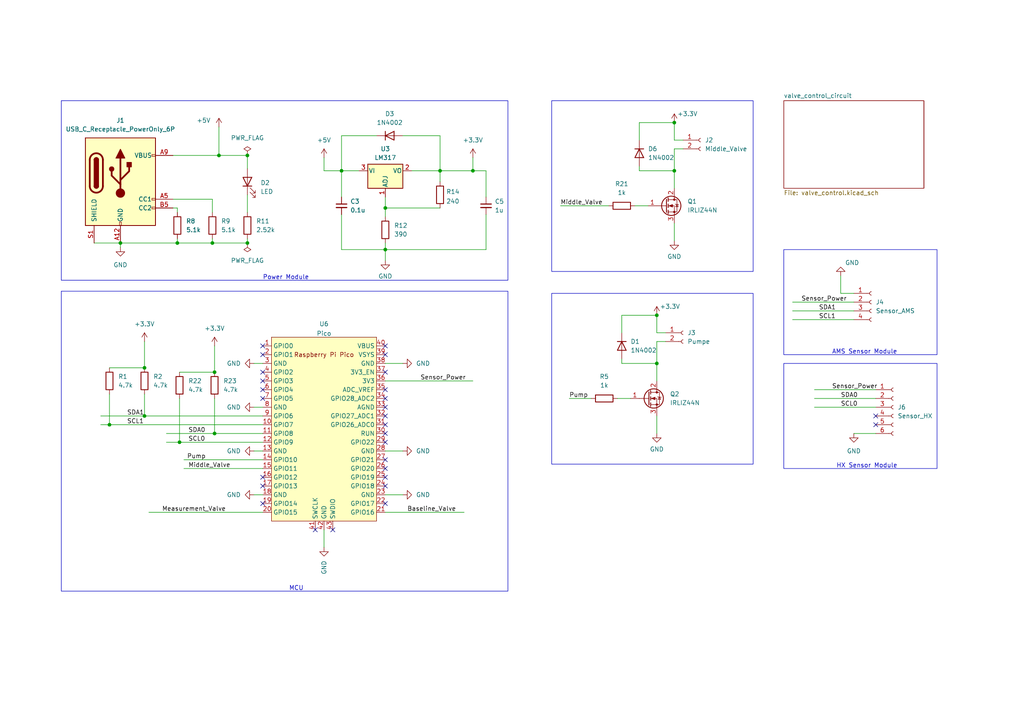
<source format=kicad_sch>
(kicad_sch (version 20230121) (generator eeschema)
  (paper "A4")
  (lib_symbols
    (symbol "+5V_1" (power) (pin_names (offset 0))
      (property "Value" "+5V_1" (at 0 3.556 0))
      (symbol "+5V_1_0_1"
        (polyline (pts (xy -0.762 1.27) (xy 0 2.54)))
        (polyline (pts (xy 0 0) (xy 0 2.54)))
        (polyline (pts (xy 0 2.54) (xy 0.762 1.27)))
      )
      (symbol "+5V_1_1_1"
        (pin power_in line (at 0 0 90) (length 0) hide (name "+5V") (number "1"))
      )
    )
    (symbol "Connector:Conn_01x02_Female" (pin_names (offset 1.016) hide)
      (property "Reference" "J" (at 0 2.54 0))
      (property "Value" "Conn_01x02_Female" (at 0 -5.08 0))
      (symbol "Conn_01x02_Female_1_1"
        (arc (start 0 -2.032) (mid -0.5058 -2.54) (end 0 -3.048) (stroke (width 0.1524)))
        (polyline (pts (xy -1.27 -2.54) (xy -0.508 -2.54)) (stroke (width 0.1524)))
        (polyline (pts (xy -1.27 0) (xy -0.508 0)) (stroke (width 0.1524)))
        (arc (start 0 0.508) (mid -0.5058 0) (end 0 -0.508) (stroke (width 0.1524)))
        (pin passive line (at -5.08 0 0) (length 3.81) (name "Pin_1") (number "1"))
        (pin passive line (at -5.08 -2.54 0) (length 3.81) (name "Pin_2") (number "2"))
      )
    )
    (symbol "Connector:Conn_01x04_Socket" (pin_names (offset 1.016) hide)
      (property "Reference" "J" (at 0 5.08 0))
      (property "Value" "Conn_01x04_Socket" (at 0 -7.62 0))
      (symbol "Conn_01x04_Socket_1_1"
        (arc (start 0 -4.572) (mid -0.5058 -5.08) (end 0 -5.588) (stroke (width 0.1524)))
        (arc (start 0 -2.032) (mid -0.5058 -2.54) (end 0 -3.048) (stroke (width 0.1524)))
        (polyline (pts (xy -1.27 -5.08) (xy -0.508 -5.08)) (stroke (width 0.1524)))
        (polyline (pts (xy -1.27 -2.54) (xy -0.508 -2.54)) (stroke (width 0.1524)))
        (polyline (pts (xy -1.27 0) (xy -0.508 0)) (stroke (width 0.1524)))
        (polyline (pts (xy -1.27 2.54) (xy -0.508 2.54)) (stroke (width 0.1524)))
        (arc (start 0 0.508) (mid -0.5058 0) (end 0 -0.508) (stroke (width 0.1524)))
        (arc (start 0 3.048) (mid -0.5058 2.54) (end 0 2.032) (stroke (width 0.1524)))
        (pin passive line (at -5.08 2.54 0) (length 3.81) (name "Pin_1") (number "1"))
        (pin passive line (at -5.08 0 0) (length 3.81) (name "Pin_2") (number "2"))
        (pin passive line (at -5.08 -2.54 0) (length 3.81) (name "Pin_3") (number "3"))
        (pin passive line (at -5.08 -5.08 0) (length 3.81) (name "Pin_4") (number "4"))
      )
    )
    (symbol "Connector:Conn_01x06_Socket" (pin_names (offset 1.016) hide)
      (property "Reference" "J" (at 0 7.62 0))
      (property "Value" "Conn_01x06_Socket" (at 0 -10.16 0))
      (symbol "Conn_01x06_Socket_1_1"
        (arc (start 0 -7.112) (mid -0.5058 -7.62) (end 0 -8.128) (stroke (width 0.1524)))
        (arc (start 0 -4.572) (mid -0.5058 -5.08) (end 0 -5.588) (stroke (width 0.1524)))
        (arc (start 0 -2.032) (mid -0.5058 -2.54) (end 0 -3.048) (stroke (width 0.1524)))
        (polyline (pts (xy -1.27 -7.62) (xy -0.508 -7.62)) (stroke (width 0.1524)))
        (polyline (pts (xy -1.27 -5.08) (xy -0.508 -5.08)) (stroke (width 0.1524)))
        (polyline (pts (xy -1.27 -2.54) (xy -0.508 -2.54)) (stroke (width 0.1524)))
        (polyline (pts (xy -1.27 0) (xy -0.508 0)) (stroke (width 0.1524)))
        (polyline (pts (xy -1.27 2.54) (xy -0.508 2.54)) (stroke (width 0.1524)))
        (polyline (pts (xy -1.27 5.08) (xy -0.508 5.08)) (stroke (width 0.1524)))
        (arc (start 0 0.508) (mid -0.5058 0) (end 0 -0.508) (stroke (width 0.1524)))
        (arc (start 0 3.048) (mid -0.5058 2.54) (end 0 2.032) (stroke (width 0.1524)))
        (arc (start 0 5.588) (mid -0.5058 5.08) (end 0 4.572) (stroke (width 0.1524)))
        (pin passive line (at -5.08 5.08 0) (length 3.81) (name "Pin_1") (number "1"))
        (pin passive line (at -5.08 2.54 0) (length 3.81) (name "Pin_2") (number "2"))
        (pin passive line (at -5.08 0 0) (length 3.81) (name "Pin_3") (number "3"))
        (pin passive line (at -5.08 -2.54 0) (length 3.81) (name "Pin_4") (number "4"))
        (pin passive line (at -5.08 -5.08 0) (length 3.81) (name "Pin_5") (number "5"))
        (pin passive line (at -5.08 -7.62 0) (length 3.81) (name "Pin_6") (number "6"))
      )
    )
    (symbol "Connector:USB_C_Receptacle_PowerOnly_6P" (pin_names (offset 1.016))
      (property "Reference" "J" (at 0 16.51 0))
      (property "Value" "USB_C_Receptacle_PowerOnly_6P" (at 0 13.97 0))
      (symbol "USB_C_Receptacle_PowerOnly_6P_0_0"
        (rectangle (start -0.254 -12.7) (end 0.254 -11.684))
        (rectangle (start 10.16 -7.366) (end 9.144 -7.874))
        (rectangle (start 10.16 -4.826) (end 9.144 -5.334))
        (rectangle (start 10.16 7.874) (end 9.144 7.366))
      )
      (symbol "USB_C_Receptacle_PowerOnly_6P_0_1"
        (rectangle (start -10.16 12.7) (end 10.16 -12.7) (stroke (width 0.254)) (fill (type background)))
        (arc (start -8.89 -1.27) (mid -6.985 -3.1667) (end -5.08 -1.27) (stroke (width 0.508)))
        (arc (start -7.62 -1.27) (mid -6.985 -1.9023) (end -6.35 -1.27) (stroke (width 0.254)))
        (arc (start -7.62 -1.27) (mid -6.985 -1.9023) (end -6.35 -1.27) (stroke (width 0.254)) (fill (type outline)))
        (rectangle (start -7.62 -1.27) (end -6.35 6.35) (stroke (width 0.254)) (fill (type outline)))
        (arc (start -6.35 6.35) (mid -6.985 6.9823) (end -7.62 6.35) (stroke (width 0.254)))
        (arc (start -6.35 6.35) (mid -6.985 6.9823) (end -7.62 6.35) (stroke (width 0.254)) (fill (type outline)))
        (arc (start -5.08 6.35) (mid -6.985 8.2467) (end -8.89 6.35) (stroke (width 0.508)))
        (circle (center -2.54 3.683) (radius 0.635) (stroke (width 0.254)) (fill (type outline)))
        (circle (center 0 -3.302) (radius 1.27) (fill (type outline)))
        (polyline (pts (xy -8.89 -1.27) (xy -8.89 6.35)) (stroke (width 0.508)))
        (polyline (pts (xy -5.08 6.35) (xy -5.08 -1.27)) (stroke (width 0.508)))
        (polyline (pts (xy 0 -3.302) (xy 0 6.858)) (stroke (width 0.508)))
        (polyline (pts (xy 0 -0.762) (xy -2.54 1.778) (xy -2.54 3.048)) (stroke (width 0.508)))
        (polyline (pts (xy 0 0.508) (xy 2.54 3.048) (xy 2.54 4.318)) (stroke (width 0.508)))
        (polyline (pts (xy -1.27 6.858) (xy 0 9.398) (xy 1.27 6.858) (xy -1.27 6.858)) (stroke (width 0.254)) (fill (type outline)))
        (rectangle (start 1.905 4.318) (end 3.175 5.588) (stroke (width 0.254)) (fill (type outline)))
      )
      (symbol "USB_C_Receptacle_PowerOnly_6P_1_1"
        (pin passive line (at 0 -17.78 90) (length 5.08) (name "GND") (number "A12"))
        (pin bidirectional line (at 15.24 -5.08 180) (length 5.08) (name "CC1") (number "A5"))
        (pin passive line (at 15.24 7.62 180) (length 5.08) (name "VBUS") (number "A9"))
        (pin passive line (at 0 -17.78 90) (length 5.08) hide (name "GND") (number "B12"))
        (pin bidirectional line (at 15.24 -7.62 180) (length 5.08) (name "CC2") (number "B5"))
        (pin passive line (at 15.24 7.62 180) (length 5.08) hide (name "VBUS") (number "B9"))
        (pin passive line (at -7.62 -17.78 90) (length 5.08) (name "SHIELD") (number "S1"))
      )
    )
    (symbol "Device:C_Small" (pin_numbers hide) (pin_names (offset 0.254) hide)
      (property "Reference" "C" (at 0.254 1.778 0))
      (property "Value" "C_Small" (at 0.254 -2.032 0))
      (symbol "C_Small_0_1"
        (polyline (pts (xy -1.524 -0.508) (xy 1.524 -0.508)) (stroke (width 0.3302)))
        (polyline (pts (xy -1.524 0.508) (xy 1.524 0.508)) (stroke (width 0.3048)))
      )
      (symbol "C_Small_1_1"
        (pin passive line (at 0 2.54 270) (length 2.032) (name "~") (number "1"))
        (pin passive line (at 0 -2.54 90) (length 2.032) (name "~") (number "2"))
      )
    )
    (symbol "Device:LED" (pin_numbers hide) (pin_names (offset 1.016) hide)
      (property "Reference" "D" (at 0 2.54 0))
      (property "Value" "LED" (at 0 -2.54 0))
      (symbol "LED_0_1"
        (polyline (pts (xy -1.27 -1.27) (xy -1.27 1.27)) (stroke (width 0.254)))
        (polyline (pts (xy -1.27 0) (xy 1.27 0)))
        (polyline (pts (xy 1.27 -1.27) (xy 1.27 1.27) (xy -1.27 0) (xy 1.27 -1.27)) (stroke (width 0.254)))
        (polyline (pts (xy -3.048 -0.762) (xy -4.572 -2.286) (xy -3.81 -2.286) (xy -4.572 -2.286) (xy -4.572 -1.524)))
        (polyline (pts (xy -1.778 -0.762) (xy -3.302 -2.286) (xy -2.54 -2.286) (xy -3.302 -2.286) (xy -3.302 -1.524)))
      )
      (symbol "LED_1_1"
        (pin passive line (at -3.81 0 0) (length 2.54) (name "K") (number "1"))
        (pin passive line (at 3.81 0 180) (length 2.54) (name "A") (number "2"))
      )
    )
    (symbol "Device:R" (pin_numbers hide) (pin_names (offset 0))
      (property "Reference" "R" (at 2.032 0 90))
      (property "Value" "R" (at 0 0 90))
      (symbol "R_0_1"
        (rectangle (start -1.016 -2.54) (end 1.016 2.54) (stroke (width 0.254)))
      )
      (symbol "R_1_1"
        (pin passive line (at 0 3.81 270) (length 1.27) (name "~") (number "1"))
        (pin passive line (at 0 -3.81 90) (length 1.27) (name "~") (number "2"))
      )
    )
    (symbol "Diode:1N4001" (pin_numbers hide) (pin_names hide)
      (property "Reference" "D" (at 0 2.54 0))
      (property "Value" "1N4001" (at 0 -2.54 0))
      (symbol "1N4001_0_1"
        (polyline (pts (xy -1.27 1.27) (xy -1.27 -1.27)) (stroke (width 0.254)))
        (polyline (pts (xy 1.27 0) (xy -1.27 0)))
        (polyline (pts (xy 1.27 1.27) (xy 1.27 -1.27) (xy -1.27 0) (xy 1.27 1.27)) (stroke (width 0.254)))
      )
      (symbol "1N4001_1_1"
        (pin passive line (at -3.81 0 0) (length 2.54) (name "K") (number "1"))
        (pin passive line (at 3.81 0 180) (length 2.54) (name "A") (number "2"))
      )
    )
    (symbol "Diode:1N4002" (pin_numbers hide) (pin_names hide)
      (property "Reference" "D" (at 0 2.54 0))
      (property "Value" "1N4002" (at 0 -2.54 0))
      (symbol "1N4002_0_1"
        (polyline (pts (xy -1.27 1.27) (xy -1.27 -1.27)) (stroke (width 0.254)))
        (polyline (pts (xy 1.27 0) (xy -1.27 0)))
        (polyline (pts (xy 1.27 1.27) (xy 1.27 -1.27) (xy -1.27 0) (xy 1.27 1.27)) (stroke (width 0.254)))
      )
      (symbol "1N4002_1_1"
        (pin passive line (at -3.81 0 0) (length 2.54) (name "K") (number "1"))
        (pin passive line (at 3.81 0 180) (length 2.54) (name "A") (number "2"))
      )
    )
    (symbol "GND_1" (power) (pin_names (offset 0))
      (property "Value" "GND_1" (at 0 -3.81 0))
      (symbol "GND_1_0_1"
        (polyline (pts (xy 0 0) (xy 0 -1.27) (xy 1.27 -1.27) (xy 0 -2.54) (xy -1.27 -1.27) (xy 0 -1.27)))
      )
      (symbol "GND_1_1_1"
        (pin power_in line (at 0 0 270) (length 0) hide (name "GND") (number "1"))
      )
    )
    (symbol "GND_2" (power) (pin_names (offset 0))
      (property "Value" "GND_2" (at 0 -3.81 0))
      (symbol "GND_2_0_1"
        (polyline (pts (xy 0 0) (xy 0 -1.27) (xy 1.27 -1.27) (xy 0 -2.54) (xy -1.27 -1.27) (xy 0 -1.27)))
      )
      (symbol "GND_2_1_1"
        (pin power_in line (at 0 0 270) (length 0) hide (name "GND") (number "1"))
      )
    )
    (symbol "GND_4" (power) (pin_names (offset 0))
      (property "Value" "GND_4" (at 0 -3.81 0))
      (symbol "GND_4_0_1"
        (polyline (pts (xy 0 0) (xy 0 -1.27) (xy 1.27 -1.27) (xy 0 -2.54) (xy -1.27 -1.27) (xy 0 -1.27)))
      )
      (symbol "GND_4_1_1"
        (pin power_in line (at 0 0 270) (length 0) hide (name "GND") (number "1"))
      )
    )
    (symbol "MCU_RaspberryPi_and_Boards:Pico"
      (property "Reference" "U" (at -13.97 27.94 0))
      (property "Value" "Pico" (at 0 19.05 0))
      (symbol "Pico_0_0"
        (text "Raspberry Pi Pico" (at 0 21.59 0) (effects (font (size 1.27 1.27))))
      )
      (symbol "Pico_0_1"
        (rectangle (start -15.24 26.67) (end 15.24 -26.67) (fill (type background)))
      )
      (symbol "Pico_1_1"
        (pin bidirectional line (at -17.78 24.13 0) (length 2.54) (name "GPIO0") (number "1"))
        (pin bidirectional line (at -17.78 1.27 0) (length 2.54) (name "GPIO7") (number "10"))
        (pin bidirectional line (at -17.78 -1.27 0) (length 2.54) (name "GPIO8") (number "11"))
        (pin bidirectional line (at -17.78 -3.81 0) (length 2.54) (name "GPIO9") (number "12"))
        (pin power_in line (at -17.78 -6.35 0) (length 2.54) (name "GND") (number "13"))
        (pin bidirectional line (at -17.78 -8.89 0) (length 2.54) (name "GPIO10") (number "14"))
        (pin bidirectional line (at -17.78 -11.43 0) (length 2.54) (name "GPIO11") (number "15"))
        (pin bidirectional line (at -17.78 -13.97 0) (length 2.54) (name "GPIO12") (number "16"))
        (pin bidirectional line (at -17.78 -16.51 0) (length 2.54) (name "GPIO13") (number "17"))
        (pin power_in line (at -17.78 -19.05 0) (length 2.54) (name "GND") (number "18"))
        (pin bidirectional line (at -17.78 -21.59 0) (length 2.54) (name "GPIO14") (number "19"))
        (pin bidirectional line (at -17.78 21.59 0) (length 2.54) (name "GPIO1") (number "2"))
        (pin bidirectional line (at -17.78 -24.13 0) (length 2.54) (name "GPIO15") (number "20"))
        (pin bidirectional line (at 17.78 -24.13 180) (length 2.54) (name "GPIO16") (number "21"))
        (pin bidirectional line (at 17.78 -21.59 180) (length 2.54) (name "GPIO17") (number "22"))
        (pin power_in line (at 17.78 -19.05 180) (length 2.54) (name "GND") (number "23"))
        (pin bidirectional line (at 17.78 -16.51 180) (length 2.54) (name "GPIO18") (number "24"))
        (pin bidirectional line (at 17.78 -13.97 180) (length 2.54) (name "GPIO19") (number "25"))
        (pin bidirectional line (at 17.78 -11.43 180) (length 2.54) (name "GPIO20") (number "26"))
        (pin bidirectional line (at 17.78 -8.89 180) (length 2.54) (name "GPIO21") (number "27"))
        (pin power_in line (at 17.78 -6.35 180) (length 2.54) (name "GND") (number "28"))
        (pin bidirectional line (at 17.78 -3.81 180) (length 2.54) (name "GPIO22") (number "29"))
        (pin power_in line (at -17.78 19.05 0) (length 2.54) (name "GND") (number "3"))
        (pin input line (at 17.78 -1.27 180) (length 2.54) (name "RUN") (number "30"))
        (pin bidirectional line (at 17.78 1.27 180) (length 2.54) (name "GPIO26_ADC0") (number "31"))
        (pin bidirectional line (at 17.78 3.81 180) (length 2.54) (name "GPIO27_ADC1") (number "32"))
        (pin power_in line (at 17.78 6.35 180) (length 2.54) (name "AGND") (number "33"))
        (pin bidirectional line (at 17.78 8.89 180) (length 2.54) (name "GPIO28_ADC2") (number "34"))
        (pin power_in line (at 17.78 11.43 180) (length 2.54) (name "ADC_VREF") (number "35"))
        (pin power_in line (at 17.78 13.97 180) (length 2.54) (name "3V3") (number "36"))
        (pin input line (at 17.78 16.51 180) (length 2.54) (name "3V3_EN") (number "37"))
        (pin bidirectional line (at 17.78 19.05 180) (length 2.54) (name "GND") (number "38"))
        (pin power_in line (at 17.78 21.59 180) (length 2.54) (name "VSYS") (number "39"))
        (pin bidirectional line (at -17.78 16.51 0) (length 2.54) (name "GPIO2") (number "4"))
        (pin power_in line (at 17.78 24.13 180) (length 2.54) (name "VBUS") (number "40"))
        (pin input line (at -2.54 -29.21 90) (length 2.54) (name "SWCLK") (number "41"))
        (pin power_in line (at 0 -29.21 90) (length 2.54) (name "GND") (number "42"))
        (pin bidirectional line (at 2.54 -29.21 90) (length 2.54) (name "SWDIO") (number "43"))
        (pin bidirectional line (at -17.78 13.97 0) (length 2.54) (name "GPIO3") (number "5"))
        (pin bidirectional line (at -17.78 11.43 0) (length 2.54) (name "GPIO4") (number "6"))
        (pin bidirectional line (at -17.78 8.89 0) (length 2.54) (name "GPIO5") (number "7"))
        (pin power_in line (at -17.78 6.35 0) (length 2.54) (name "GND") (number "8"))
        (pin bidirectional line (at -17.78 3.81 0) (length 2.54) (name "GPIO6") (number "9"))
      )
    )
    (symbol "Regulator_Linear:LM317_TO-220" (pin_names (offset 0.254))
      (property "Reference" "U" (at -3.81 3.175 0))
      (property "Value" "LM317_TO-220" (at 0 3.175 0))
      (symbol "LM317_TO-220_0_1"
        (rectangle (start -5.08 1.905) (end 5.08 -5.08) (stroke (width 0.254)) (fill (type background)))
      )
      (symbol "LM317_TO-220_1_1"
        (pin input line (at 0 -7.62 90) (length 2.54) (name "ADJ") (number "1"))
        (pin power_out line (at 7.62 0 180) (length 2.54) (name "VO") (number "2"))
        (pin power_in line (at -7.62 0 0) (length 2.54) (name "VI") (number "3"))
      )
    )
    (symbol "Transistor_FET:IRLIZ44N" (pin_names hide)
      (property "Reference" "Q" (at 6.35 1.905 0))
      (property "Value" "IRLIZ44N" (at 6.35 0 0))
      (symbol "IRLIZ44N_0_1"
        (polyline (pts (xy 0.254 0) (xy -2.54 0)))
        (polyline (pts (xy 0.254 1.905) (xy 0.254 -1.905)) (stroke (width 0.254)))
        (polyline (pts (xy 0.762 -1.27) (xy 0.762 -2.286)) (stroke (width 0.254)))
        (polyline (pts (xy 0.762 0.508) (xy 0.762 -0.508)) (stroke (width 0.254)))
        (polyline (pts (xy 0.762 2.286) (xy 0.762 1.27)) (stroke (width 0.254)))
        (polyline (pts (xy 2.54 2.54) (xy 2.54 1.778)))
        (polyline (pts (xy 2.54 -2.54) (xy 2.54 0) (xy 0.762 0)))
        (polyline (pts (xy 0.762 -1.778) (xy 3.302 -1.778) (xy 3.302 1.778) (xy 0.762 1.778)))
        (polyline (pts (xy 1.016 0) (xy 2.032 0.381) (xy 2.032 -0.381) (xy 1.016 0)) (fill (type outline)))
        (polyline (pts (xy 2.794 0.508) (xy 2.921 0.381) (xy 3.683 0.381) (xy 3.81 0.254)))
        (polyline (pts (xy 3.302 0.381) (xy 2.921 -0.254) (xy 3.683 -0.254) (xy 3.302 0.381)))
        (circle (center 1.651 0) (radius 2.794) (stroke (width 0.254)))
        (circle (center 2.54 -1.778) (radius 0.254) (fill (type outline)))
        (circle (center 2.54 1.778) (radius 0.254) (fill (type outline)))
      )
      (symbol "IRLIZ44N_1_1"
        (pin input line (at -5.08 0 0) (length 2.54) (name "G") (number "1"))
        (pin passive line (at 2.54 5.08 270) (length 2.54) (name "D") (number "2"))
        (pin passive line (at 2.54 -5.08 90) (length 2.54) (name "S") (number "3"))
      )
    )
    (symbol "power:+3.3V" (power) (pin_names (offset 0))
      (property "Value" "+3.3V" (at 0 3.556 0))
      (symbol "+3.3V_0_1"
        (polyline (pts (xy -0.762 1.27) (xy 0 2.54)))
        (polyline (pts (xy 0 0) (xy 0 2.54)))
        (polyline (pts (xy 0 2.54) (xy 0.762 1.27)))
      )
      (symbol "+3.3V_1_1"
        (pin power_in line (at 0 0 90) (length 0) hide (name "+3.3V") (number "1"))
      )
    )
    (symbol "power:+5V" (power) (pin_names (offset 0))
      (property "Value" "+5V" (at 0 3.556 0))
      (symbol "+5V_0_1"
        (polyline (pts (xy -0.762 1.27) (xy 0 2.54)))
        (polyline (pts (xy 0 0) (xy 0 2.54)))
        (polyline (pts (xy 0 2.54) (xy 0.762 1.27)))
      )
      (symbol "+5V_1_1"
        (pin power_in line (at 0 0 90) (length 0) hide (name "+5V") (number "1"))
      )
    )
    (symbol "power:GND" (power) (pin_names (offset 0))
      (property "Value" "GND" (at 0 -3.81 0))
      (symbol "GND_0_1"
        (polyline (pts (xy 0 0) (xy 0 -1.27) (xy 1.27 -1.27) (xy 0 -2.54) (xy -1.27 -1.27) (xy 0 -1.27)))
      )
      (symbol "GND_1_1"
        (pin power_in line (at 0 0 270) (length 0) hide (name "GND") (number "1"))
      )
    )
    (symbol "power:PWR_FLAG" (power) (pin_numbers hide) (pin_names (offset 0) hide)
      (property "Value" "PWR_FLAG" (at 0 3.81 0))
      (symbol "PWR_FLAG_0_0"
        (pin power_out line (at 0 0 90) (length 0) (name "pwr") (number "1"))
      )
      (symbol "PWR_FLAG_0_1"
        (polyline (pts (xy 0 0) (xy 0 1.27) (xy -1.016 1.905) (xy 0 2.54) (xy 1.016 1.905) (xy 0 1.27)))
      )
    )
  )
  (junction (at 111.76 72.39))
  (junction (at 51.435 70.485))
  (junction (at 195.58 35.56))
  (junction (at 195.58 49.53))
  (junction (at 61.595 70.485))
  (junction (at 71.755 70.485))
  (junction (at 127.635 49.53))
  (junction (at 137.16 49.53))
  (junction (at 34.925 70.485))
  (junction (at 99.06 49.53))
  (junction (at 190.5 91.44))
  (junction (at 41.91 106.68))
  (junction (at 31.75 123.19))
  (junction (at 190.5 105.41))
  (junction (at 63.5 45.085))
  (junction (at 41.91 120.65))
  (junction (at 71.755 45.085))
  (junction (at 52.07 128.27))
  (junction (at 62.23 125.73))
  (junction (at 62.23 107.95))
  (junction (at 111.76 60.325))
  (no_connect (at 111.76 125.73))
  (no_connect (at 76.2 100.33))
  (no_connect (at 91.44 153.67))
  (no_connect (at 111.76 107.95))
  (no_connect (at 111.76 118.11))
  (no_connect (at 96.52 153.67))
  (no_connect (at 76.2 115.57))
  (no_connect (at 111.76 120.65))
  (no_connect (at 76.2 107.95))
  (no_connect (at 111.76 128.27))
  (no_connect (at 111.76 138.43))
  (no_connect (at 76.2 138.43))
  (no_connect (at 111.76 100.33))
  (no_connect (at 76.2 146.05))
  (no_connect (at 111.76 135.89))
  (no_connect (at 111.76 113.03))
  (no_connect (at 76.2 140.97))
  (no_connect (at 111.76 115.57))
  (no_connect (at 254 123.19))
  (no_connect (at 111.76 123.19))
  (no_connect (at 76.2 110.49))
  (no_connect (at 111.76 102.87))
  (no_connect (at 76.2 102.87))
  (no_connect (at 111.76 140.97))
  (no_connect (at 111.76 133.35))
  (no_connect (at 76.2 113.03))
  (no_connect (at 254 120.65))
  (no_connect (at 111.76 146.05))
  (wire (pts (xy 111.76 70.485) (xy 111.76 72.39)))
  (wire (pts (xy 71.755 45.085) (xy 71.755 48.895)))
  (wire (pts (xy 73.66 130.81) (xy 76.2 130.81)))
  (wire (pts (xy 180.34 96.52) (xy 180.34 91.44)))
  (wire (pts (xy 34.925 70.485) (xy 51.435 70.485)))
  (wire (pts (xy 162.56 59.69) (xy 176.53 59.69)))
  (wire (pts (xy 184.15 59.69) (xy 187.96 59.69)))
  (wire (pts (xy 137.16 45.72) (xy 137.16 49.53)))
  (wire (pts (xy 50.165 60.325) (xy 51.435 60.325)))
  (wire (pts (xy 116.84 143.51) (xy 111.76 143.51)))
  (wire (pts (xy 127.635 49.53) (xy 137.16 49.53)))
  (wire (pts (xy 31.75 106.68) (xy 41.91 106.68)))
  (wire (pts (xy 53.34 135.89) (xy 76.2 135.89)))
  (wire (pts (xy 127.635 49.53) (xy 127.635 52.705)))
  (wire (pts (xy 53.34 133.35) (xy 76.2 133.35)))
  (wire (pts (xy 29.21 123.19) (xy 31.75 123.19)))
  (wire (pts (xy 111.76 60.325) (xy 111.76 57.15)))
  (wire (pts (xy 73.66 105.41) (xy 76.2 105.41)))
  (wire (pts (xy 198.12 43.18) (xy 195.58 43.18)))
  (wire (pts (xy 180.34 104.14) (xy 180.34 105.41)))
  (wire (pts (xy 190.5 96.52) (xy 193.04 96.52)))
  (wire (pts (xy 63.5 45.085) (xy 71.755 45.085)))
  (wire (pts (xy 51.435 69.215) (xy 51.435 70.485)))
  (wire (pts (xy 140.97 72.39) (xy 111.76 72.39)))
  (wire (pts (xy 31.75 123.19) (xy 76.2 123.19)))
  (wire (pts (xy 179.07 115.57) (xy 182.88 115.57)))
  (wire (pts (xy 195.58 40.64) (xy 198.12 40.64)))
  (wire (pts (xy 111.76 72.39) (xy 111.76 75.565)))
  (wire (pts (xy 61.595 70.485) (xy 71.755 70.485)))
  (wire (pts (xy 127.635 39.37) (xy 127.635 49.53)))
  (wire (pts (xy 52.07 107.95) (xy 62.23 107.95)))
  (wire (pts (xy 93.98 45.72) (xy 93.98 49.53)))
  (wire (pts (xy 52.07 115.57) (xy 52.07 128.27)))
  (wire (pts (xy 229.87 90.17) (xy 247.65 90.17)))
  (wire (pts (xy 27.305 70.485) (xy 34.925 70.485)))
  (wire (pts (xy 127.635 60.325) (xy 111.76 60.325)))
  (wire (pts (xy 111.76 60.325) (xy 111.76 62.865)))
  (wire (pts (xy 62.23 115.57) (xy 62.23 125.73)))
  (wire (pts (xy 247.65 125.73) (xy 254 125.73)))
  (wire (pts (xy 61.595 69.215) (xy 61.595 70.485)))
  (wire (pts (xy 48.26 125.73) (xy 62.23 125.73)))
  (wire (pts (xy 93.98 158.75) (xy 93.98 153.67)))
  (wire (pts (xy 51.435 60.325) (xy 51.435 61.595)))
  (wire (pts (xy 195.58 49.53) (xy 195.58 54.61)))
  (wire (pts (xy 62.23 100.33) (xy 62.23 107.95)))
  (wire (pts (xy 243.84 80.01) (xy 243.84 85.09)))
  (wire (pts (xy 111.76 110.49) (xy 137.16 110.49)))
  (wire (pts (xy 61.595 57.785) (xy 61.595 61.595)))
  (wire (pts (xy 195.58 35.56) (xy 195.58 40.64)))
  (wire (pts (xy 43.18 148.59) (xy 76.2 148.59)))
  (wire (pts (xy 116.84 39.37) (xy 127.635 39.37)))
  (wire (pts (xy 34.925 70.485) (xy 34.925 71.755)))
  (wire (pts (xy 193.04 99.06) (xy 190.5 99.06)))
  (wire (pts (xy 243.84 85.09) (xy 247.65 85.09)))
  (wire (pts (xy 93.98 49.53) (xy 99.06 49.53)))
  (wire (pts (xy 229.87 87.63) (xy 247.65 87.63)))
  (wire (pts (xy 229.87 92.71) (xy 247.65 92.71)))
  (wire (pts (xy 99.06 72.39) (xy 111.76 72.39)))
  (wire (pts (xy 99.06 49.53) (xy 99.06 57.15)))
  (wire (pts (xy 73.66 143.51) (xy 76.2 143.51)))
  (wire (pts (xy 116.84 130.81) (xy 111.76 130.81)))
  (wire (pts (xy 48.26 128.27) (xy 52.07 128.27)))
  (wire (pts (xy 50.165 45.085) (xy 63.5 45.085)))
  (wire (pts (xy 50.165 57.785) (xy 61.595 57.785)))
  (wire (pts (xy 185.42 40.64) (xy 185.42 35.56)))
  (wire (pts (xy 185.42 48.26) (xy 185.42 49.53)))
  (wire (pts (xy 236.22 113.03) (xy 254 113.03)))
  (wire (pts (xy 29.21 120.65) (xy 41.91 120.65)))
  (wire (pts (xy 71.755 56.515) (xy 71.755 61.595)))
  (wire (pts (xy 62.23 125.73) (xy 76.2 125.73)))
  (wire (pts (xy 99.06 39.37) (xy 99.06 49.53)))
  (wire (pts (xy 111.76 148.59) (xy 134.62 148.59)))
  (wire (pts (xy 41.91 114.3) (xy 41.91 120.65)))
  (wire (pts (xy 137.16 49.53) (xy 140.97 49.53)))
  (wire (pts (xy 165.1 115.57) (xy 171.45 115.57)))
  (wire (pts (xy 73.66 118.11) (xy 76.2 118.11)))
  (wire (pts (xy 185.42 35.56) (xy 195.58 35.56)))
  (wire (pts (xy 41.91 120.65) (xy 76.2 120.65)))
  (wire (pts (xy 140.97 62.23) (xy 140.97 72.39)))
  (wire (pts (xy 31.75 114.3) (xy 31.75 123.19)))
  (wire (pts (xy 195.58 43.18) (xy 195.58 49.53)))
  (wire (pts (xy 99.06 49.53) (xy 104.14 49.53)))
  (wire (pts (xy 185.42 49.53) (xy 195.58 49.53)))
  (wire (pts (xy 190.5 99.06) (xy 190.5 105.41)))
  (wire (pts (xy 63.5 36.83) (xy 63.5 45.085)))
  (wire (pts (xy 52.07 128.27) (xy 76.2 128.27)))
  (wire (pts (xy 99.06 62.23) (xy 99.06 72.39)))
  (wire (pts (xy 236.22 118.11) (xy 254 118.11)))
  (wire (pts (xy 71.755 69.215) (xy 71.755 70.485)))
  (wire (pts (xy 180.34 105.41) (xy 190.5 105.41)))
  (wire (pts (xy 140.97 49.53) (xy 140.97 57.15)))
  (wire (pts (xy 51.435 70.485) (xy 61.595 70.485)))
  (wire (pts (xy 236.22 115.57) (xy 254 115.57)))
  (wire (pts (xy 41.91 99.06) (xy 41.91 106.68)))
  (wire (pts (xy 111.76 105.41) (xy 116.84 105.41)))
  (wire (pts (xy 119.38 49.53) (xy 127.635 49.53)))
  (wire (pts (xy 190.5 105.41) (xy 190.5 110.49)))
  (wire (pts (xy 180.34 91.44) (xy 190.5 91.44)))
  (wire (pts (xy 195.58 64.77) (xy 195.58 69.85)))
  (wire (pts (xy 109.22 39.37) (xy 99.06 39.37)))
  (wire (pts (xy 190.5 91.44) (xy 190.5 96.52)))
  (wire (pts (xy 190.5 120.65) (xy 190.5 125.73)))
  (rectangle (start 227.33 72.39) (end 271.78 102.87))
  (rectangle (start 227.33 105.41) (end 271.78 135.89))
  (rectangle (start 17.78 84.455) (end 147.32 171.45))
  (rectangle (start 17.78 29.21) (end 147.32 81.28))
  (rectangle (start 160.02 85.09) (end 218.44 134.62))
  (rectangle (start 160.02 29.21) (end 218.44 78.74))
  (text "HX Sensor Module" (at 242.57 135.89 0) (effects (font (size 1.27 1.27)) (justify left bottom)))
  (text "Power Module" (at 76.2 81.28 0) (effects (font (size 1.27 1.27)) (justify left bottom)))
  (text "AMS Sensor Module" (at 241.3 102.87 0) (effects (font (size 1.27 1.27)) (justify left bottom)))
  (text "MCU" (at 83.82 171.45 0) (effects (font (size 1.27 1.27)) (justify left bottom)))
  (label "SDA0" (at 54.61 125.73 0))
  (label "Baseline_Valve" (at 118.11 148.59 0))
  (label "SDA0" (at 243.84 115.57 0))
  (label "Sensor_Power" (at 121.92 110.49 0))
  (label "SDA1" (at 36.83 120.65 0))
  (label "Middle_Valve" (at 162.56 59.69 0))
  (label "Pump" (at 165.1 115.57 0))
  (label "Sensor_Power" (at 241.3 113.03 0))
  (label "SCL0" (at 243.84 118.11 0))
  (label "SCL0" (at 54.61 128.27 0))
  (label "Pump" (at 59.69 133.35 180))
  (label "Middle_Valve" (at 54.61 135.89 0))
  (label "SDA1" (at 237.49 90.17 0))
  (label "Sensor_Power" (at 232.41 87.63 0))
  (label "Measurement_Valve" (at 46.99 148.59 0))
  (label "SCL1" (at 36.83 123.19 0))
  (label "SCL1" (at 237.49 92.71 0))
  (symbol (lib_id "power:GND") (at 111.76 75.565 0) (unit 1)
    (property "Reference" "#PWR020" (effects hide))
    (property "Value" "GND" (at 111.76 80.1275 0))
  )
  (symbol (lib_id "power:GND") (at 243.84 80.01 180) (unit 1)
    (property "Reference" "#PWR023" (effects hide))
    (property "Value" "GND" (at 245.11 76.2 0) (effects (justify right)))
  )
  (symbol (lib_id "power:+3.3V") (at 190.5 91.44 0) (unit 1)
    (property "Reference" "#PWR012" (effects hide))
    (property "Value" "+3.3V" (at 194.31 88.9 0))
  )
  (symbol (lib_id "Device:LED") (at 71.755 52.705 90) (unit 1)
    (property "Reference" "D2" (at 75.565 53.0225 90) (effects (justify right)))
    (property "Value" "LED" (at 75.565 55.5625 90) (effects (justify right)))
    (property "Footprint" "LED_THT:LED_D5.0mm" (effects hide))
  )
  (symbol (lib_id "Diode:1N4002") (at 113.03 39.37 0) (unit 1)
    (property "Reference" "D3" (at 113.03 33.02 0))
    (property "Value" "1N4002" (at 113.03 35.56 0))
    (property "Footprint" "Diode_THT:D_DO-41_SOD81_P3.81mm_Vertical_AnodeUp" (effects hide))
    (property "Datasheet" "http://www.vishay.com/docs/88503/1n4001.pdf" (effects hide))
    (property "Sim.Device" "D" (effects hide))
    (property "Sim.Pins" "1=K 2=A" (effects hide))
  )
  (symbol (lib_id "power:GND") (at 190.5 125.73 0) (unit 1)
    (property "Reference" "#PWR013" (effects hide))
    (property "Value" "GND" (at 190.5 130.2925 0))
  )
  (symbol (lib_id "power:+5V") (at 93.98 45.72 0) (unit 1)
    (property "Reference" "#PWR017" (effects hide))
    (property "Value" "+5V" (at 93.98 40.64 0))
  )
  (symbol (lib_id "Device:R") (at 52.07 111.76 0) (unit 1)
    (property "Reference" "R22" (at 54.61 110.49 0) (effects (justify left)))
    (property "Value" "4.7k" (at 54.61 113.03 0) (effects (justify left)))
    (property "Footprint" "Resistor_SMD:R_0603_1608Metric_Pad0.98x0.95mm_HandSolder" (effects hide))
  )
  (symbol (lib_id "power:GND") (at 116.84 130.81 90) (unit 1)
    (property "Reference" "#PWR038" (effects hide))
    (property "Value" "GND" (at 120.65 130.8099 90) (effects (justify right)))
  )
  (symbol (lib_id "power:GND") (at 116.84 105.41 90) (unit 1)
    (property "Reference" "#PWR037" (effects hide))
    (property "Value" "GND" (at 120.65 105.4099 90) (effects (justify right)))
  )
  (symbol (lib_id "power:GND") (at 73.66 105.41 270) (unit 1)
    (property "Reference" "#PWR030" (effects hide))
    (property "Value" "GND" (at 69.85 105.4101 90) (effects (justify right)))
  )
  (symbol (lib_id "Connector:Conn_01x04_Socket") (at 252.73 87.63 0) (unit 1)
    (property "Reference" "J4" (at 254 87.63 0) (effects (justify left)))
    (property "Value" "Sensor_AMS" (at 254 90.17 0) (effects (justify left)))
  )
  (symbol (lib_id "power:+3.3V") (at 195.58 35.56 0) (unit 1)
    (property "Reference" "#PWR032" (effects hide))
    (property "Value" "+3.3V" (at 199.39 33.02 0))
  )
  (symbol (lib_id "Connector:Conn_01x02_Female") (at 203.2 40.64 0) (unit 1)
    (property "Reference" "J2" (at 204.47 40.64 0) (effects (justify left)))
    (property "Value" "Middle_Valve" (at 204.47 43.18 0) (effects (justify left)))
    (property "Footprint" "Connector_PinHeader_2.54mm:PinHeader_1x02_P2.54mm_Vertical" (effects hide))
  )
  (symbol (lib_id "Diode:1N4001") (at 180.34 100.33 270) (unit 1)
    (property "Reference" "D1" (at 182.88 99.06 90) (effects (justify left)))
    (property "Value" "1N4002" (at 182.88 101.6 90) (effects (justify left)))
    (property "Footprint" "Diode_THT:D_DO-41_SOD81_P3.81mm_Vertical_AnodeUp" (effects hide))
    (property "Datasheet" "http://www.vishay.com/docs/88503/1n4001.pdf" (effects hide))
    (property "Sim.Device" "D" (effects hide))
    (property "Sim.Pins" "1=K 2=A" (effects hide))
  )
  (symbol (lib_id "power:GND") (at 195.58 69.85 0) (unit 1)
    (property "Reference" "#PWR033" (effects hide))
    (property "Value" "GND" (at 195.58 74.4125 0))
  )
  (symbol (lib_id "Device:R") (at 61.595 65.405 0) (unit 1)
    (property "Reference" "R9" (at 64.135 64.135 0) (effects (justify left)))
    (property "Value" "5.1k" (at 64.135 66.675 0) (effects (justify left)))
    (property "Footprint" "Resistor_SMD:R_0603_1608Metric_Pad0.98x0.95mm_HandSolder" (effects hide))
  )
  (symbol (lib_id "Diode:1N4001") (at 185.42 44.45 270) (unit 1)
    (property "Reference" "D6" (at 187.96 43.18 90) (effects (justify left)))
    (property "Value" "1N4002" (at 187.96 45.72 90) (effects (justify left)))
    (property "Footprint" "Diode_THT:D_DO-41_SOD81_P3.81mm_Vertical_AnodeUp" (effects hide))
    (property "Datasheet" "http://www.vishay.com/docs/88503/1n4001.pdf" (effects hide))
    (property "Sim.Device" "D" (effects hide))
    (property "Sim.Pins" "1=K 2=A" (effects hide))
  )
  (symbol (lib_id "Device:C_Small") (at 99.06 59.69 0) (unit 1)
    (property "Reference" "C3" (at 101.6 58.4263 0) (effects (justify left)))
    (property "Value" "0.1u" (at 101.6 60.9663 0) (effects (justify left)))
    (property "Footprint" "Capacitor_SMD:C_0805_2012Metric_Pad1.18x1.45mm_HandSolder" (effects hide))
  )
  (symbol (lib_id "power:+3.3V") (at 137.16 45.72 0) (unit 1)
    (property "Reference" "#PWR021" (effects hide))
    (property "Value" "+3.3V" (at 137.16 40.64 0))
  )
  (symbol (lib_id "power:+3.3V") (at 41.91 99.06 0) (unit 1)
    (property "Reference" "#PWR01" (effects hide))
    (property "Value" "+3.3V" (at 41.91 93.98 0))
  )
  (symbol (lib_id "power:GND") (at 73.66 143.51 270) (unit 1)
    (property "Reference" "#PWR035" (effects hide))
    (property "Value" "GND" (at 69.85 143.51 90) (effects (justify right)))
  )
  (symbol (lib_id "Device:R") (at 62.23 111.76 0) (unit 1)
    (property "Reference" "R23" (at 64.77 110.49 0) (effects (justify left)))
    (property "Value" "4.7k" (at 64.77 113.03 0) (effects (justify left)))
    (property "Footprint" "Resistor_SMD:R_0603_1608Metric_Pad0.98x0.95mm_HandSolder" (effects hide))
  )
  (symbol (lib_id "Transistor_FET:IRLIZ44N") (at 187.96 115.57 0) (unit 1)
    (property "Reference" "Q2" (at 194.31 114.3 0) (effects (justify left)))
    (property "Value" "IRLIZ44N" (at 194.31 116.84 0) (effects (justify left)))
    (property "Footprint" "IRLZ44N:TO254P1054X469X1930-3" (effects hide))
    (property "Datasheet" "http://www.irf.com/product-info/datasheets/data/irliz44n.pdf" (effects hide))
  )
  (symbol (lib_name "GND_1") (lib_id "power:GND") (at 34.925 71.755 0) (unit 1)
    (property "Reference" "#PWR011" (effects hide))
    (property "Value" "GND" (at 34.925 76.835 0))
  )
  (symbol (lib_id "Connector:Conn_01x02_Female") (at 198.12 96.52 0) (unit 1)
    (property "Reference" "J3" (at 199.39 96.52 0) (effects (justify left)))
    (property "Value" "Pumpe" (at 199.39 99.06 0) (effects (justify left)))
    (property "Footprint" "Connector_PinHeader_2.54mm:PinHeader_1x02_P2.54mm_Vertical" (effects hide))
  )
  (symbol (lib_id "power:PWR_FLAG") (at 71.755 70.485 180) (unit 1)
    (property "Reference" "#FLG02" (effects hide))
    (property "Value" "PWR_FLAG" (at 71.755 75.565 0))
  )
  (symbol (lib_id "Device:R") (at 71.755 65.405 180) (unit 1)
    (property "Reference" "R11" (at 74.295 64.135 0) (effects (justify right)))
    (property "Value" "2.52k" (at 74.295 66.675 0) (effects (justify right)))
    (property "Footprint" "Resistor_SMD:R_0603_1608Metric_Pad0.98x0.95mm_HandSolder" (effects hide))
  )
  (symbol (lib_id "power:GND") (at 116.84 143.51 90) (unit 1)
    (property "Reference" "#PWR039" (effects hide))
    (property "Value" "GND" (at 120.65 143.5099 90) (effects (justify right)))
  )
  (symbol (lib_name "GND_2") (lib_id "power:GND") (at 73.66 130.81 270) (unit 1)
    (property "Reference" "#PWR034" (effects hide))
    (property "Value" "GND" (at 69.85 130.81 90) (effects (justify right)))
  )
  (symbol (lib_id "power:PWR_FLAG") (at 71.755 45.085 0) (unit 1)
    (property "Reference" "#FLG01" (effects hide))
    (property "Value" "PWR_FLAG" (at 71.755 40.005 0))
  )
  (symbol (lib_id "Device:R") (at 127.635 56.515 0) (unit 1)
    (property "Reference" "R14" (at 129.413 55.6065 0) (effects (justify left)))
    (property "Value" "240" (at 129.413 58.3816 0) (effects (justify left)))
    (property "Footprint" "Resistor_SMD:R_0603_1608Metric_Pad0.98x0.95mm_HandSolder" (effects hide))
  )
  (symbol (lib_name "+5V_1") (lib_id "power:+5V") (at 63.5 36.83 0) (unit 1)
    (property "Reference" "#PWR014" (effects hide))
    (property "Value" "+5V" (at 59.055 34.925 0))
  )
  (symbol (lib_id "Device:R") (at 180.34 59.69 270) (unit 1)
    (property "Reference" "R21" (at 180.34 53.34 90))
    (property "Value" "1k" (at 180.34 55.88 90))
    (property "Footprint" "Resistor_SMD:R_0603_1608Metric_Pad0.98x0.95mm_HandSolder" (effects hide))
  )
  (symbol (lib_name "GND_4") (lib_id "power:GND") (at 247.65 125.73 0) (unit 1)
    (property "Reference" "#PWR041" (effects hide))
    (property "Value" "GND" (at 247.65 130.81 0))
  )
  (symbol (lib_id "Device:R") (at 31.75 110.49 0) (unit 1)
    (property "Reference" "R1" (at 34.29 109.22 0) (effects (justify left)))
    (property "Value" "4.7k" (at 34.29 111.76 0) (effects (justify left)))
    (property "Footprint" "Resistor_SMD:R_0603_1608Metric_Pad0.98x0.95mm_HandSolder" (effects hide))
  )
  (symbol (lib_id "power:GND") (at 73.66 118.11 270) (unit 1)
    (property "Reference" "#PWR031" (effects hide))
    (property "Value" "GND" (at 69.85 118.1101 90) (effects (justify right)))
  )
  (symbol (lib_id "Device:R") (at 51.435 65.405 0) (unit 1)
    (property "Reference" "R8" (at 53.975 64.135 0) (effects (justify left)))
    (property "Value" "5.1k" (at 53.975 66.675 0) (effects (justify left)))
    (property "Footprint" "Resistor_SMD:R_0603_1608Metric_Pad0.98x0.95mm_HandSolder" (effects hide))
  )
  (symbol (lib_id "Device:C_Small") (at 140.97 59.69 0) (unit 1)
    (property "Reference" "C5" (at 143.51 58.4263 0) (effects (justify left)))
    (property "Value" "1u" (at 143.51 60.9663 0) (effects (justify left)))
    (property "Footprint" "Capacitor_SMD:C_0805_2012Metric_Pad1.18x1.45mm_HandSolder" (effects hide))
  )
  (symbol (lib_id "Device:R") (at 111.76 66.675 0) (unit 1)
    (property "Reference" "R12" (at 114.3 65.405 0) (effects (justify left)))
    (property "Value" "390" (at 114.3 67.945 0) (effects (justify left)))
    (property "Footprint" "Resistor_SMD:R_0603_1608Metric_Pad0.98x0.95mm_HandSolder" (effects hide))
  )
  (symbol (lib_id "Regulator_Linear:LM317_TO-220") (at 111.76 49.53 0) (unit 1)
    (property "Reference" "U3" (at 111.76 43.18 0))
    (property "Value" "LM317" (at 111.76 45.72 0))
    (property "Footprint" "Package_TO_SOT_THT:TO-220-3_Vertical" (effects hide))
    (property "Datasheet" "http://www.ti.com/lit/ds/symlink/lm317.pdf" (effects hide))
  )
  (symbol (lib_id "Connector:Conn_01x06_Socket") (at 259.08 118.11 0) (unit 1)
    (property "Reference" "J6" (at 260.35 118.11 0) (effects (justify left)))
    (property "Value" "Sensor_HX" (at 260.35 120.65 0) (effects (justify left)))
    (property "Footprint" "Connector_PinSocket_2.54mm:PinSocket_1x06_P2.54mm_Vertical" (effects hide))
  )
  (symbol (lib_id "power:GND") (at 93.98 158.75 0) (unit 1)
    (property "Reference" "#PWR036" (effects hide))
    (property "Value" "GND" (at 93.9801 162.56 90) (effects (justify right)))
  )
  (symbol (lib_id "MCU_RaspberryPi_and_Boards:Pico") (at 93.98 124.46 0) (unit 1)
    (property "Reference" "U6" (at 93.98 93.9505 0))
    (property "Value" "Pico" (at 93.98 96.7256 0))
    (property "Footprint" "MCU_RaspberryPi_and_Boards:RPi_Pico_SMD_TH" (effects hide))
  )
  (symbol (lib_id "Transistor_FET:IRLIZ44N") (at 193.04 59.69 0) (unit 1)
    (property "Reference" "Q1" (at 199.39 58.42 0) (effects (justify left)))
    (property "Value" "IRLIZ44N" (at 199.39 60.96 0) (effects (justify left)))
    (property "Footprint" "IRLZ44N:TO254P1054X469X1930-3" (effects hide))
    (property "Datasheet" "http://www.irf.com/product-info/datasheets/data/irliz44n.pdf" (effects hide))
  )
  (symbol (lib_id "power:+3.3V") (at 62.23 100.33 0) (unit 1)
    (property "Reference" "#PWR022" (effects hide))
    (property "Value" "+3.3V" (at 62.23 95.25 0))
  )
  (symbol (lib_id "Device:R") (at 175.26 115.57 270) (unit 1)
    (property "Reference" "R5" (at 175.26 109.22 90))
    (property "Value" "1k" (at 175.26 111.76 90))
    (property "Footprint" "Resistor_SMD:R_0603_1608Metric_Pad0.98x0.95mm_HandSolder" (effects hide))
  )
  (symbol (lib_id "Device:R") (at 41.91 110.49 0) (unit 1)
    (property "Reference" "R2" (at 44.45 109.22 0) (effects (justify left)))
    (property "Value" "4.7k" (at 44.45 111.76 0) (effects (justify left)))
    (property "Footprint" "Resistor_SMD:R_0603_1608Metric_Pad0.98x0.95mm_HandSolder" (effects hide))
  )
  (symbol (lib_id "Connector:USB_C_Receptacle_PowerOnly_6P") (at 34.925 52.705 0) (unit 1)
    (property "Reference" "J1" (at 34.925 34.925 0))
    (property "Value" "USB_C_Receptacle_PowerOnly_6P" (at 34.925 37.465 0))
    (property "Footprint" "Connector_USB:USB_C_Receptacle_GCT_USB4125-xx-x-0190_6P_TopMnt_Horizontal" (effects hide))
    (property "Datasheet" "https://www.usb.org/sites/default/files/documents/usb_type-c.zip" (effects hide))
  )
  (sheet (at 227.33 29.21) (size 40.64 25.4) (stroke (width 0.1524))
    (property "Sheetname" "valve_control_circuit" (at 227.33 28.4984 0) (effects (justify left bottom)))
    (property "Sheetfile" "valve_control.kicad_sch" (at 227.33 55.1946 0) (effects (justify left top)))
  )
)
</source>
